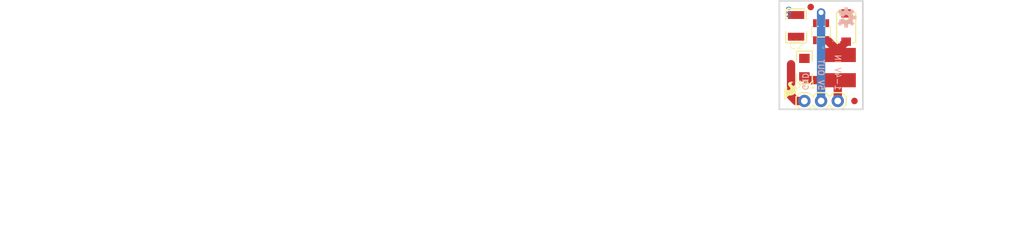
<source format=kicad_pcb>
(kicad_pcb (version 20211014) (generator pcbnew)
  (layers (0 "F.Cu" signal) (31 "B.Cu" signal) (34 "B.Paste" user) (35 "F.Paste" user) (36 "B.SilkS" user "B.Silkscreen") (37 "F.SilkS" user "F.Silkscreen") (38 "B.Mask" user) (39 "F.Mask" user) (44 "Edge.Cuts" user))
  (net 0 "")
  (net 1 "N$3")
  (net 2 "VOUT")
  (net 3 "GND")
  (net 4 "VIN")
  (footprint "boardEagle:SMA-DIODE" (layer "F.Cu") (at 152.3111 100.8126 90)
    (fp_text reference "D1" (at -2.286 -1.651 90) (layer "F.SilkS") (effects (font (size 0.373888 0.373888) (thickness 0.032512)) (justify left bottom)))
    (fp_text value "MBRA140")
    (fp_line (start -2.3 -1) (end -2.3 -1.45) (layer "F.SilkS") (width 0.2032))
    (fp_line (start -2.3 -1.45) (end 2.3 -1.45) (layer "F.SilkS") (width 0.2032))
    (fp_line (start 1 -1) (end 1 1) (layer "F.SilkS") (width 0.2032))
    (fp_line (start -2.3 1.45) (end -2.3 1) (layer "F.SilkS") (width 0.2032))
    (fp_line (start 2.3 -1.45) (end 2.3 -1) (layer "F.SilkS") (width 0.2032))
    (fp_line (start 2.3 1) (end 2.3 1.45) (layer "F.SilkS") (width 0.2032))
    (fp_line (start 2.3 1.45) (end -2.3 1.45) (layer "F.SilkS") (width 0.2032))
    (pad "A" smd rect (at -2.15 0 270) (size 1.27 1.47) (layers "F.Cu" "F.Paste" "F.Mask") (net 1 "N$3"))
    (pad "C" smd rect (at 2.15 0 90) (size 1.27 1.47) (layers "F.Cu" "F.Paste" "F.Mask") (net 2 "VOUT"))
  )
  (footprint "boardEagle:EIA3216" (layer "F.Cu") (at 145.9611 106.9086 -90)
    (fp_text reference "C1" (at -2.54 -1.381 -90) (layer "F.SilkS") (effects (font (size 0.373888 0.373888) (thickness 0.032512)) (justify left bottom)))
    (fp_text value "10uF")
    (fp_line (start -2.5 1.2) (end -2.5 -1.2) (layer "F.SilkS") (width 0.2032))
    (fp_line (start -1 1.2) (end -2.5 1.2) (layer "F.SilkS") (width 0.2032))
    (fp_line (start 2.5 -0.8) (end 2.1 -1.2) (layer "F.SilkS") (width 0.2032))
    (fp_line (start 2.1 -1.2) (end 1 -1.2) (layer "F.SilkS") (width 0.2032))
    (fp_line (start 1 1.2) (end 2.1 1.2) (layer "F.SilkS") (width 0.2032))
    (fp_line (start 2.5 0.8) (end 2.5 -0.8) (layer "F.SilkS") (width 0.2032))
    (fp_line (start -2.5 -1.2) (end -1 -1.2) (layer "F.SilkS") (width 0.2032))
    (fp_line (start 2.1 1.2) (end 2.5 0.8) (layer "F.SilkS") (width 0.2032))
    (pad "A" smd rect (at 1.4 0) (size 1.6 1.4) (layers "F.Cu" "F.Paste" "F.Mask") (net 4 "VIN"))
    (pad "C" smd rect (at -1.4 0) (size 1.6 1.4) (layers "F.Cu" "F.Paste" "F.Mask") (net 3 "GND"))
  )
  (footprint "boardEagle:SFE-LOGO-FLAME" (layer "F.Cu") (at 142.9131 111.8616)
    (fp_text reference "JP2" hide)
    (fp_text value "LOGO-SFESK" hide)
    (fp_poly (pts (xy 1.126002 -2.808203) (xy 1.215449 -2.785829) (xy 1.228477 -2.780783) (xy 1.240149 -2.774875) (xy 1.25686 -2.766576) (xy 1.275552 -2.759834) (xy 1.371694 -2.7026) (xy 1.3793 -2.7026) (xy 1.3793 -2.6772) (xy 1.306833 -2.6772) (xy 1.208418 -2.657914) (xy 1.074855 -2.495286) (xy 1.079365 -2.436825) (xy 1.12809 -2.341869) (xy 1.204666 -2.265196) (xy 1.294069 -2.200638) (xy 1.369348 -2.168824) (xy 1.450737 -2.171632) (xy 1.458864 -2.174186) (xy 1.466257 -2.177389) (xy 1.530514 -2.236956) (xy 1.5368 -2.259812) (xy 1.5368 -2.377938) (xy 1.763707 -2.148127) (xy 1.868186 -1.856841) (xy 1.871603 -1.856894) (xy 1.87806 -1.650435) (xy 1.848857 -1.45742) (xy 1.785308 -1.272842) (xy 1.6663 -1.061578) (xy 1.6663 -1.080581) (xy 1.378131 -0.80901) (xy 0.982239 -0.6985) (xy 0.753005 -0.6985) (xy 0.716201 -0.692046) (xy 0.681776 -0.679592) (xy 0.496322 -0.541784) (xy -0.0126 0.03091) (xy -0.0126 -1.52077) (xy 0.060004 -1.761967) (xy 0.168295 -1.865489) (xy 0.307122 -1.917522) (xy 0.4039 -1.925089) (xy 0.499384 -1.917623) (xy 0.55991 -1.908099) (xy 0.557788 -1.884433) (xy 0.522216 -1.885242) (xy 0.501784 -1.876141) (xy 0.420519 -1.817154) (xy 0.400722 -1.79067) (xy 0.390395 -1.7285) (xy 0.400905 -1.665229) (xy 0.421405 -1.625174) (xy 0.452343 -1.592685) (xy 0.546535 -1.54355) (xy 0.652229 -1.531742) (xy 0.742768 -1.550084) (xy 0.82422 -1.589656) (xy 0.92203 -1.754659) (xy 0.907706 -1.848844) (xy 0.850914 -1.930401) (xy 0.584707 -2.263237) (xy 0.561667 -2.510855) (xy 0.627495 -2.621556) (xy 0.629042 -2.623103) (xy 0.778901 -2.74712) (xy 1.032676 -2.817064)) (layer "F.SilkS") (width 0) (fill solid))
  )
  (footprint "boardEagle:EIA3528" (layer "F.Cu") (at 144.6911 100.5586 90)
    (fp_text reference "C2" (at -2.27 1.27 180) (layer "F.SilkS") (effects (font (size 1.1684 1.1684) (thickness 0.1016)) (justify right top)))
    (fp_text value "68uF")
    (fp_line (start -0.9 1.6) (end -2.6 1.6) (layer "F.SilkS") (width 0.2032))
    (fp_line (start -2.6 1.6) (end -2.6 -1.55) (layer "F.SilkS") (width 0.2032))
    (fp_line (start -2.6 -1.55) (end -0.9 -1.55) (layer "F.SilkS") (width 0.2032))
    (fp_line (start 2.2 -1.55) (end 1 -1.55) (layer "F.SilkS") (width 0.2032))
    (fp_line (start 2.6 -1.25) (end 2.2 -1.55) (layer "F.SilkS") (width 0.2032))
    (fp_line (start 2.2 1.55) (end 2.6 1.2) (layer "F.SilkS") (width 0.2032))
    (fp_line (start 2.6 1.2) (end 2.6 -1.25) (layer "F.SilkS") (width 0.2032))
    (fp_line (start 1 1.55) (end 2.2 1.55) (layer "F.SilkS") (width 0.2032))
    (pad "A" smd rect (at 1.65 0 180) (size 2.5 1.2) (layers "F.Cu" "F.Paste" "F.Mask") (net 2 "VOUT"))
    (pad "C" smd rect (at -1.65 0 180) (size 2.5 1.2) (layers "F.Cu" "F.Paste" "F.Mask") (net 3 "GND"))
  )
  (footprint "boardEagle:FIDUCIAL-1X2" (layer "F.Cu") (at 153.5811 111.9886)
    (fp_text reference "FID1" hide)
    (fp_text value "FIDUCIAL1X2" hide)
    (pad "1" smd roundrect (at 0 0) (size 1 1) (layers "F.Cu" "F.Mask") (roundrect_rratio 0.5))
  )
  (footprint "boardEagle:CR54" (layer "F.Cu") (at 151.0411 106.9086 180)
    (fp_text reference "L1" (at -2.54 -3.81 180) (layer "F.SilkS") (effects (font (size 0.373888 0.373888) (thickness 0.032512)) (justify right top)))
    (fp_text value "47uH")
    (pad "P$1" smd rect (at 0 -1.92 180) (size 5.5 2.15) (layers "F.Cu" "F.Paste" "F.Mask") (net 4 "VIN"))
    (pad "P$2" smd rect (at 0 1.92 180) (size 5.5 2.15) (layers "F.Cu" "F.Paste" "F.Mask") (net 1 "N$3"))
  )
  (footprint "boardEagle:FIDUCIAL-1X2" (layer "F.Cu") (at 146.9263 97.6884)
    (fp_text reference "FID2" hide)
    (fp_text value "FIDUCIAL1X2" hide)
    (pad "1" smd roundrect (at 0 0) (size 1 1) (layers "F.Cu" "F.Mask") (roundrect_rratio 0.5))
  )
  (footprint "boardEagle:CREATIVE_COMMONS" (layer "F.Cu") (at 43.871622 113.2586)
    (fp_text reference "FRAME1" hide)
    (fp_text value "FRAME-LETTER" hide)
  )
  (footprint "boardEagle:SOT23-5" (layer "F.Cu") (at 148.5011 101.4476 180)
    (fp_text reference "U1" (at -0.889 -2.159 180) (layer "F.SilkS") (effects (font (size 0.373888 0.373888) (thickness 0.032512)) (justify right top)))
    (fp_text value "NCP1402")
    (fp_line (start 1.4224 -0.8104) (end 1.4224 0.8104) (layer "F.SilkS") (width 0.1524))
    (fp_line (start -0.5224 -0.8104) (end 0.5224 -0.8104) (layer "F.SilkS") (width 0.1524))
    (fp_line (start 1.4224 0.8104) (end 1.3276 0.8104) (layer "F.SilkS") (width 0.1524))
    (fp_line (start -0.4276 0.8104) (end -0.5224 0.8104) (layer "F.SilkS") (width 0.1524))
    (fp_line (start 1.3276 -0.8104) (end 1.4224 -0.8104) (layer "F.SilkS") (width 0.1524))
    (fp_line (start -1.4224 0.8104) (end -1.4224 -0.8104) (layer "F.SilkS") (width 0.1524))
    (fp_line (start -1.4224 -0.8104) (end -1.3276 -0.8104) (layer "F.SilkS") (width 0.1524))
    (fp_line (start -1.3276 0.8104) (end -1.4224 0.8104) (layer "F.SilkS") (width 0.1524))
    (fp_line (start 0.5224 0.8104) (end 0.4276 0.8104) (layer "F.SilkS") (width 0.1524))
    (pad "1" smd rect (at -0.95 1.3001 180) (size 0.55 1.2) (layers "F.Cu" "F.Paste" "F.Mask") (net 2 "VOUT"))
    (pad "2" smd rect (at 0 1.3001 180) (size 0.55 1.2) (layers "F.Cu" "F.Paste" "F.Mask") (net 2 "VOUT"))
    (pad "3" smd rect (at 0.95 1.3001 180) (size 0.55 1.2) (layers "F.Cu" "F.Paste" "F.Mask"))
    (pad "4" smd rect (at 0.95 -1.3001 180) (size 0.55 1.2) (layers "F.Cu" "F.Paste" "F.Mask") (net 3 "GND"))
    (pad "5" smd rect (at -0.95 -1.3001 180) (size 0.55 1.2) (layers "F.Cu" "F.Paste" "F.Mask") (net 1 "N$3"))
  )
  (footprint "boardEagle:1X03" (layer "F.Cu") (at 145.9611 111.9886)
    (fp_text reference "JP1" (at -1.3462 -1.8288) (layer "F.SilkS") (effects (font (size 1.143 1.143) (thickness 0.127)) (justify left bottom)))
    (fp_text value "")
    (fp_line (start 5.715 1.27) (end 4.445 1.27) (layer "F.SilkS") (width 0.2032))
    (fp_line (start -1.27 -0.635) (end -1.27 0.635) (layer "F.SilkS") (width 0.2032))
    (fp_line (start 0.635 -1.27) (end 1.27 -0.635) (layer "F.SilkS") (width 0.2032))
    (fp_line (start 3.175 1.27) (end 1.905 1.27) (layer "F.SilkS") (width 0.2032))
    (fp_line (start -1.27 0.635) (end -0.635 1.27) (layer "F.SilkS") (width 0.2032))
    (fp_line (start 3.175 -1.27) (end 3.81 -0.635) (layer "F.SilkS") (width 0.2032))
    (fp_line (start 1.27 -0.635) (end 1.905 -1.27) (layer "F.SilkS") (width 0.2032))
    (fp_line (start 1.905 -1.27) (end 3.175 -1.27) (layer "F.SilkS") (width 0.2032))
    (fp_line (start -0.635 -1.27) (end -1.27 -0.635) (layer "F.SilkS") (width 0.2032))
    (fp_line (start -0.635 -1.27) (end 0.635 -1.27) (layer "F.SilkS") (width 0.2032))
    (fp_line (start 1.905 1.27) (end 1.27 0.635) (layer "F.SilkS") (width 0.2032))
    (fp_line (start 6.35 -0.635) (end 6.35 0.635) (layer "F.SilkS") (width 0.2032))
    (fp_line (start 6.35 0.635) (end 5.715 1.27) (layer "F.SilkS") (width 0.2032))
    (fp_line (start 5.715 -1.27) (end 6.35 -0.635) (layer "F.SilkS") (width 0.2032))
    (fp_line (start 1.27 0.635) (end 0.635 1.27) (layer "F.SilkS") (width 0.2032))
    (fp_line (start 4.445 -1.27) (end 5.715 -1.27) (layer "F.SilkS") (width 0.2032))
    (fp_line (start 0.635 1.27) (end -0.635 1.27) (layer "F.SilkS") (width 0.2032))
    (fp_line (start 3.81 -0.635) (end 4.445 -1.27) (layer "F.SilkS") (width 0.2032))
    (fp_line (start 3.81 0.635) (end 3.175 1.27) (layer "F.SilkS") (width 0.2032))
    (fp_line (start 4.445 1.27) (end 3.81 0.635) (layer "F.SilkS") (width 0.2032))
    (pad "1" thru_hole circle (at 0 0 90) (size 1.8796 1.8796) (drill 1.016) (layers *.Cu *.Mask) (net 3 "GND"))
    (pad "2" thru_hole circle (at 2.54 0 90) (size 1.8796 1.8796) (drill 1.016) (layers *.Cu *.Mask) (net 2 "VOUT"))
    (pad "3" thru_hole circle (at 5.08 0 90) (size 1.8796 1.8796) (drill 1.016) (layers *.Cu *.Mask) (net 4 "VIN"))
  )
  (footprint "boardEagle:OSHW-LOGO-S" (layer "B.Cu") (at 152.3111 99.2886 90)
    (fp_text reference "U$1" hide)
    (fp_text value "OSHW-LOGOS" hide)
    (fp_poly (pts (xy 0.301647 1.061351) (xy 0.42347 1.022344) (xy 0.537177 0.963769) (xy 0.92862 1.282946) (xy 1.282946 0.92862) (xy 0.961035 0.533823) (xy 1.057046 0.302084) (xy 1.5638 0.250561) (xy 1.5638 -0.250561) (xy 1.057046 -0.302084) (xy 0.961035 -0.533823) (xy 1.282946 -0.92862) (xy 0.92862 -1.282946) (xy 0.537177 -0.96377) (xy 0.356601 -1.056794) (xy 0.088679 -0.410073) (xy 0.326262 -0.2176) (xy 0.373649 -0.121468) (xy 0.392729 -0.010339) (xy 0.379464 0.101634) (xy 0.334947 0.205229) (xy 0.262842 0.291918) (xy 0.169087 0.354561) (xy 0.061406 0.387999) (xy -0.051342 0.38948) (xy -0.159868 0.358881) (xy -0.255234 0.298724) (xy -0.329589 0.213962) (xy -0.376813 0.111569) (xy -0.392176 0.005767) (xy -0.322923 -0.222565) (xy -0.249312 -0.303773) (xy 0.091677 -0.5081) (xy -0.12929 -0.5081) (xy -0.355332 -1.053732) (xy -0.506597 -0.983577) (xy -0.538922 -0.965192) (xy -0.92862 -1.282946) (xy -1.282946 -0.92862) (xy -0.961035 -0.533823) (xy -1.057046 -0.302084) (xy -1.5638 -0.250561) (xy -1.5638 0.250561) (xy -1.057046 0.302084) (xy -0.961035 0.533823) (xy -1.282946 0.92862) (xy -0.92862 1.282946) (xy -0.533823 0.961035) (xy -0.302084 1.057046) (xy -0.250561 1.5638) (xy 0.250561 1.5638)) (layer "B.SilkS") (width 0) (fill solid))
  )
  (gr_line (start 154.8511 96.7486) (end 142.1511 96.7486) (layer "Edge.Cuts") (width 0.254))
  (gr_line (start 142.1511 96.7486) (end 142.1511 113.2586) (layer "Edge.Cuts") (width 0.254))
  (gr_line (start 142.1511 113.2586) (end 154.8511 113.2586) (layer "Edge.Cuts") (width 0.254))
  (gr_line (start 154.8511 113.2586) (end 154.8511 96.7486) (layer "Edge.Cuts") (width 0.254))
  (gr_text "V10" (at 143.9291 97.5106 -90) (layer "B.Cu") (effects (font (size 0.6477 0.6477) (thickness 0.1143)) (justify right top mirror)))
  (gr_text "5V OUT" (at 147.9931 110.4646 -90) (layer "B.SilkS") (effects (font (size 0.8636 0.8636) (thickness 0.1524)) (justify left bottom mirror)))
  (gr_text "GND" (at 145.5801 110.4646 -90) (layer "B.SilkS") (effects (font (size 0.8636 0.8636) (thickness 0.1524)) (justify left bottom mirror)))
  (gr_text "1-4V IN" (at 150.5331 110.4646 -90) (layer "B.SilkS") (effects (font (size 0.8636 0.8636) (thickness 0.1524)) (justify left bottom mirror)))
  (segment (start 151.0411 104.9886) (end 151.0411 104.3377) (width 1.27) (layer "F.Cu") (net 1))
  (segment (start 151.0411 104.3377) (end 149.4511 102.7477) (width 1.27) (layer "F.Cu") (net 1))
  (segment (start 151.0411 104.9886) (end 151.0411 104.2326) (width 1.27) (layer "F.Cu") (net 1))
  (segment (start 151.0411 104.2326) (end 152.3111 102.9626) (width 1.27) (layer "F.Cu") (net 1))
  (via (at 148.5011 98.5266) (size 1.27) (drill 0.762) (layers "F.Cu" "B.Cu") (net 2))
  (segment (start 148.5011 111.9886) (end 148.5011 98.5266) (width 1.27) (layer "B.Cu") (net 2))
  (segment (start 143.9291 111.2266) (end 144.6911 111.9886) (width 1.27) (layer "F.Cu") (net 3))
  (segment (start 144.6911 111.9886) (end 145.9611 111.9886) (width 1.27) (layer "F.Cu") (net 3))
  (segment (start 143.9291 111.2266) (end 143.9291 106.4006) (width 1.27) (layer "F.Cu") (net 3))
  (segment (start 145.9611 108.3086) (end 146.4661 108.8136) (width 1.27) (layer "F.Cu") (net 4))
  (segment (start 151.0411 108.8286) (end 151.0411 111.9886) (width 1.27) (layer "F.Cu") (net 4))
  (segment (start 151.0261 108.8136) (end 151.0411 108.8286) (width 1.524) (layer "F.Cu") (net 4))
  (segment (start 146.4661 108.8136) (end 151.0261 108.8136) (width 1.27) (layer "F.Cu") (net 4))
)
</source>
